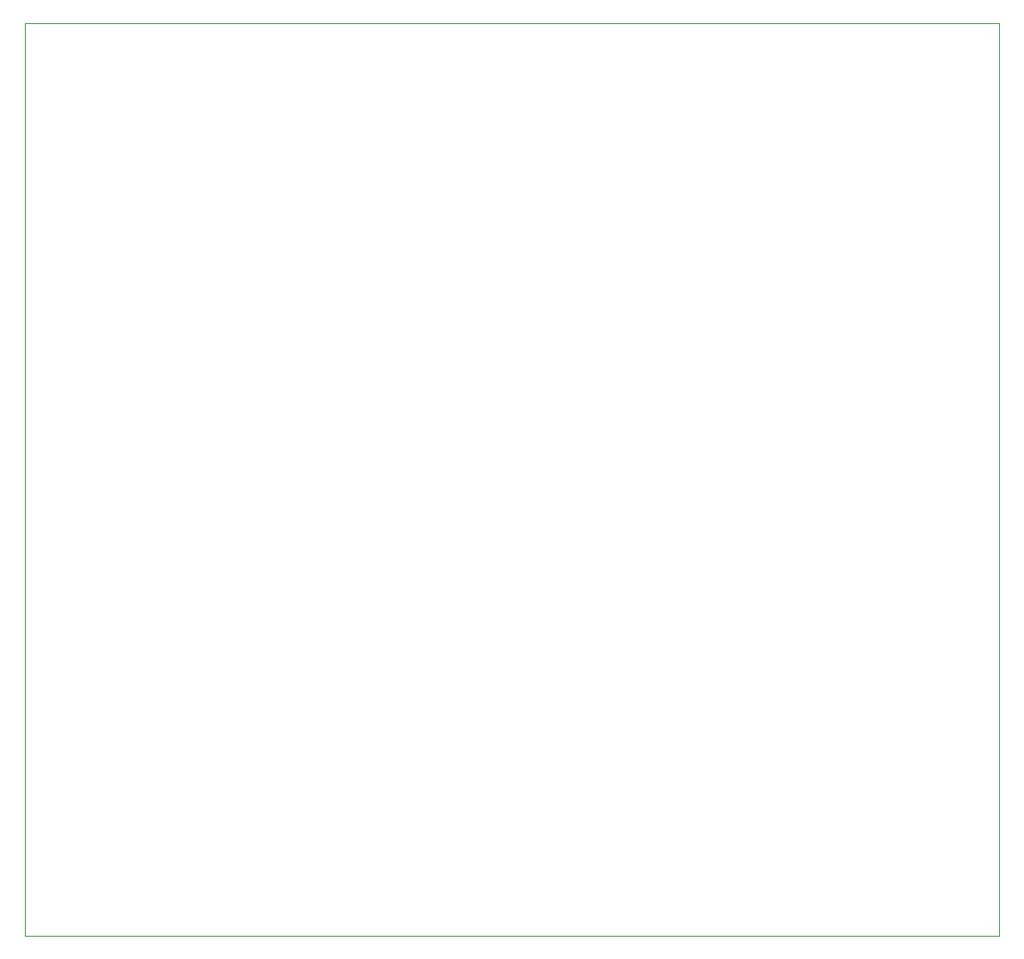
<source format=gm1>
%TF.GenerationSoftware,KiCad,Pcbnew,(6.0.1)*%
%TF.CreationDate,2022-03-21T02:34:04-06:00*%
%TF.ProjectId,ColoradoCUBE_Payload,436f6c6f-7261-4646-9f43-5542455f5061,rev?*%
%TF.SameCoordinates,Original*%
%TF.FileFunction,Profile,NP*%
%FSLAX46Y46*%
G04 Gerber Fmt 4.6, Leading zero omitted, Abs format (unit mm)*
G04 Created by KiCad (PCBNEW (6.0.1)) date 2022-03-21 02:34:04*
%MOMM*%
%LPD*%
G01*
G04 APERTURE LIST*
%TA.AperFunction,Profile*%
%ADD10C,0.100000*%
%TD*%
G04 APERTURE END LIST*
D10*
X104533000Y-42080000D02*
X200533000Y-42080000D01*
X200533000Y-42080000D02*
X200533000Y-132080000D01*
X200533000Y-132080000D02*
X104533000Y-132080000D01*
X104533000Y-132080000D02*
X104533000Y-42080000D01*
M02*

</source>
